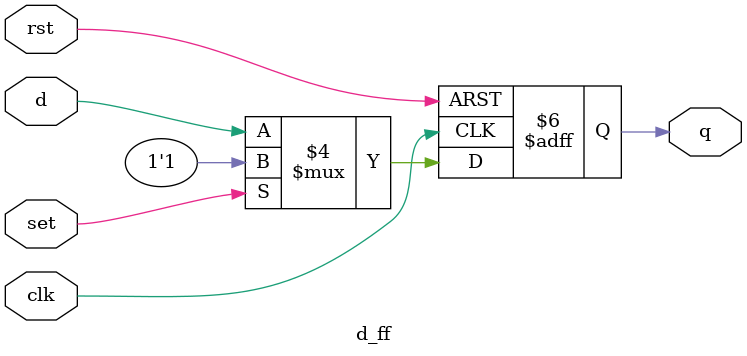
<source format=sv>
module d_ff
(
	input logic clk,
	input logic rst,
	input logic set,
	input logic d,
	output logic q
);

always @(posedge clk or negedge rst) begin
	if (!rst) begin
		q <= 0;
	end
	else begin
		if (set) begin
			q <= 1;
		end
		else begin
			q <= d;
		end
	end
end

endmodule: d_ff
</source>
